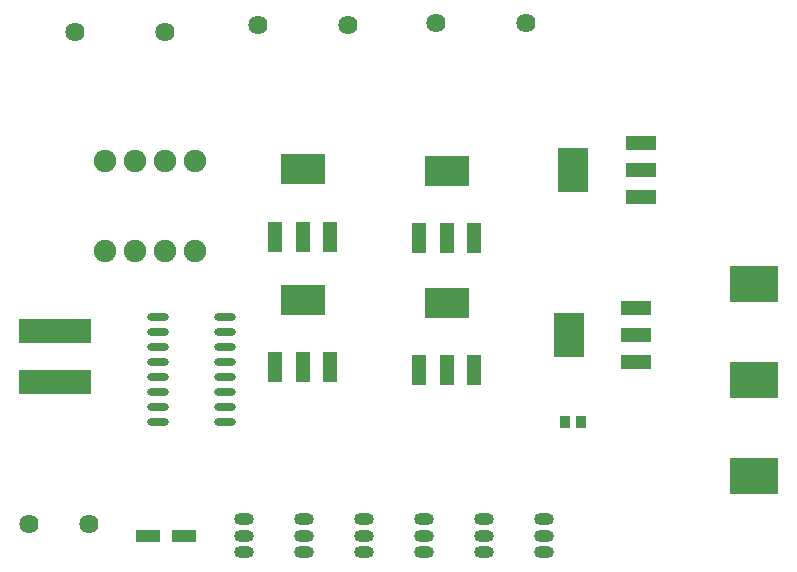
<source format=gts>
G04 Layer: TopSolderMaskLayer*
G04 EasyEDA v6.5.48, 2025-01-21 17:41:51*
G04 c25b6b3bb0ea45fba8c4304eea8249b9,6739810af5ca4796b4382bb4120ee57b,10*
G04 Gerber Generator version 0.2*
G04 Scale: 100 percent, Rotated: No, Reflected: No *
G04 Dimensions in millimeters *
G04 leading zeros omitted , absolute positions ,4 integer and 5 decimal *
%FSLAX45Y45*%
%MOMM*%

%AMMACRO1*4,1,8,-0.421,-0.5008,-0.4507,-0.4708,-0.4507,0.471,-0.421,0.5008,0.4208,0.5008,0.4507,0.471,0.4507,-0.4708,0.4208,-0.5008,-0.421,-0.5008,0*%
%AMMACRO2*4,1,8,-3.0211,-1.0508,-3.0508,-1.0208,-3.0508,1.0211,-3.0211,1.0508,3.0208,1.0508,3.0508,1.0211,3.0508,-1.0208,3.0208,-1.0508,-3.0211,-1.0508,0*%
%AMMACRO3*4,1,8,-0.5461,-1.2832,-0.5758,-1.2532,-0.5758,1.2535,-0.5461,1.2832,0.5458,1.2832,0.5758,1.2535,0.5758,-1.2532,0.5458,-1.2832,-0.5461,-1.2832,0*%
%AMMACRO4*4,1,8,-1.7911,-1.2832,-1.8208,-1.2532,-1.8208,1.2535,-1.7911,1.2832,1.7908,1.2832,1.8208,1.2535,1.8208,-1.2532,1.7908,-1.2832,-1.7911,-1.2832,0*%
%AMMACRO5*4,1,8,-1.2535,-0.5758,-1.2832,-0.5458,-1.2832,0.5461,-1.2535,0.5758,1.2532,0.5758,1.2832,0.5461,1.2832,-0.5458,1.2532,-0.5758,-1.2535,-0.5758,0*%
%AMMACRO6*4,1,8,-1.2535,-1.8208,-1.2832,-1.7908,-1.2832,1.7911,-1.2535,1.8208,1.2532,1.8208,1.2832,1.7911,1.2832,-1.7908,1.2532,-1.8208,-1.2535,-1.8208,0*%
%AMMACRO7*4,1,8,-2.0211,-1.5508,-2.0508,-1.5208,-2.0508,1.5211,-2.0211,1.5508,2.0208,1.5508,2.0508,1.5211,2.0508,-1.5208,2.0208,-1.5508,-2.0211,-1.5508,0*%
%AMMACRO8*4,1,8,-1.0208,-0.55,-1.05,-0.5206,-1.05,0.5208,-1.0208,0.55,1.0206,0.55,1.05,0.5208,1.05,-0.5206,1.0206,-0.55,-1.0208,-0.55,0*%
%ADD10C,1.6256*%
%ADD11MACRO1*%
%ADD12MACRO2*%
%ADD13O,1.6999966X0.9999979999999999*%
%ADD14MACRO3*%
%ADD15MACRO4*%
%ADD16MACRO5*%
%ADD17MACRO6*%
%ADD18O,1.8466053999999998X0.6615938*%
%ADD19MACRO7*%
%ADD20C,1.9016*%
%ADD21MACRO8*%

%LPD*%
D10*
G01*
X1002995Y1107186D03*
G01*
X1502994Y1107186D03*
D11*
G01*
X5673991Y1970798D03*
G01*
X5533986Y1970798D03*
D10*
G01*
X4445000Y5346700D03*
G01*
X5207000Y5346700D03*
G01*
X2933700Y5334000D03*
G01*
X3695700Y5334000D03*
G01*
X1384300Y5270500D03*
G01*
X2146300Y5270500D03*
D12*
G01*
X1219200Y2312289D03*
G01*
X1219200Y2742310D03*
D13*
G01*
X2823387Y865886D03*
G01*
X2823387Y1005586D03*
G01*
X2823387Y1145286D03*
G01*
X3839387Y865886D03*
G01*
X3839387Y1005586D03*
G01*
X3839387Y1145286D03*
G01*
X4347387Y865886D03*
G01*
X4347387Y1005586D03*
G01*
X4347387Y1145286D03*
G01*
X4855387Y865886D03*
G01*
X4855387Y1005586D03*
G01*
X4855387Y1145286D03*
G01*
X5363387Y865886D03*
G01*
X5363387Y1005586D03*
G01*
X5363387Y1145286D03*
G01*
X3331387Y865886D03*
G01*
X3331387Y1005586D03*
G01*
X3331387Y1145286D03*
D14*
G01*
X4303903Y2406650D03*
G01*
X4533900Y2406650D03*
G01*
X4763896Y2406650D03*
D15*
G01*
X4533912Y2978150D03*
D16*
G01*
X6140450Y2475102D03*
G01*
X6140450Y2705100D03*
G01*
X6140450Y2935097D03*
D17*
G01*
X5568950Y2705087D03*
D16*
G01*
X6178550Y3872102D03*
G01*
X6178550Y4102100D03*
G01*
X6178550Y4332097D03*
D17*
G01*
X5607050Y4102087D03*
D14*
G01*
X3084703Y2432050D03*
G01*
X3314700Y2432050D03*
G01*
X3544696Y2432050D03*
D15*
G01*
X3314712Y3003550D03*
D14*
G01*
X4303903Y3524250D03*
G01*
X4533900Y3524250D03*
G01*
X4763896Y3524250D03*
D15*
G01*
X4533912Y4095750D03*
D14*
G01*
X3084703Y3536950D03*
G01*
X3314700Y3536950D03*
G01*
X3544696Y3536950D03*
D15*
G01*
X3314712Y4108450D03*
D18*
G01*
X2662148Y1968500D03*
G01*
X2662148Y2095500D03*
G01*
X2662148Y2222500D03*
G01*
X2662148Y2349500D03*
G01*
X2662148Y2476500D03*
G01*
X2662148Y2603500D03*
G01*
X2662148Y2730500D03*
G01*
X2662148Y2857500D03*
G01*
X2087651Y1968500D03*
G01*
X2087651Y2095500D03*
G01*
X2087651Y2222500D03*
G01*
X2087651Y2349500D03*
G01*
X2087651Y2476500D03*
G01*
X2087651Y2603500D03*
G01*
X2087651Y2730500D03*
G01*
X2087651Y2857500D03*
D19*
G01*
X7137400Y1511287D03*
G01*
X7137400Y2324087D03*
G01*
X7137400Y3136887D03*
D20*
G01*
X2400300Y4178300D03*
G01*
X2146300Y4178300D03*
G01*
X2146300Y3416300D03*
G01*
X2400300Y3416300D03*
G01*
X1892300Y4178300D03*
G01*
X1638300Y4178300D03*
G01*
X1892300Y3416300D03*
G01*
X1638300Y3416300D03*
D21*
G01*
X2308986Y1003287D03*
G01*
X2008987Y1003287D03*
M02*

</source>
